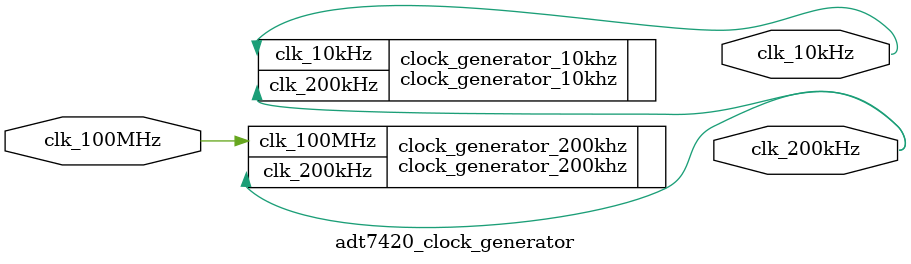
<source format=sv>
`timescale 1ns / 1ps

module adt7420_clock_generator (
    input logic clk_100MHz,
    output logic clk_200kHz,
    output logic clk_10kHz
);

    // Instantiate clock generators.
    clock_generator_200khz clock_generator_200khz (
        .clk_100MHz(clk_100MHz),
        .clk_200kHz(clk_200kHz)
    );
    
    clock_generator_10khz clock_generator_10khz (
        .clk_200kHz(clk_200kHz),
        .clk_10kHz(clk_10kHz)
    );

endmodule

</source>
